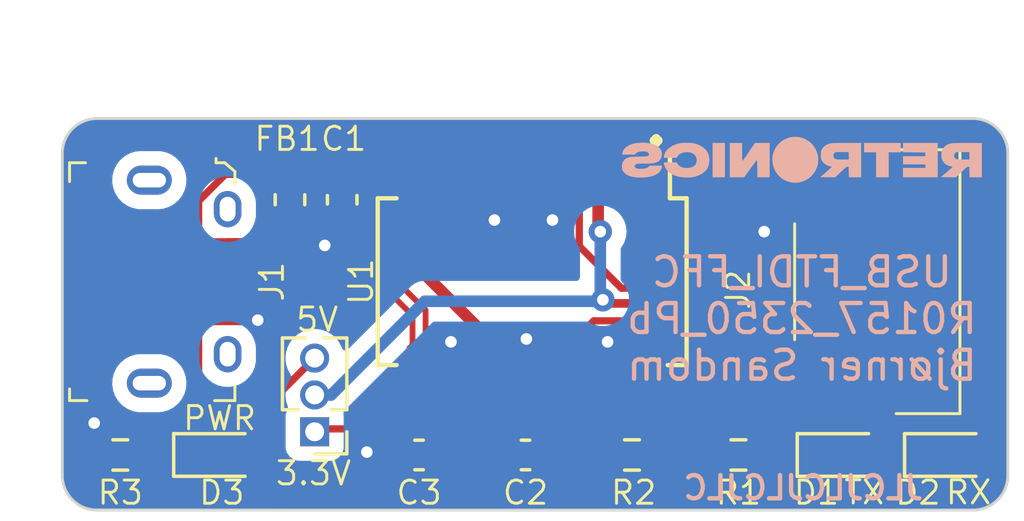
<source format=kicad_pcb>
(kicad_pcb (version 20221018) (generator pcbnew)
  (layers (0 "F.Cu" signal) (31 "B.Cu" signal) (34 "B.Paste" user) (35 "F.Paste" user) (36 "B.SilkS" user "B.Silkscreen") (37 "F.SilkS" user "F.Silkscreen") (38 "B.Mask" user) (39 "F.Mask" user) (44 "Edge.Cuts" user))
  (net 0 "")
  (net 1 "GND")
  (net 2 "+3.3V")
  (net 3 "Net-(D1-K)")
  (net 4 "Net-(D2-K)")
  (net 5 "Net-(J1-VBUS)")
  (net 7 "Net-(J2-Pin_1)")
  (net 8 "/VCC")
  (net 9 "/RX")
  (net 10 "/TX")
  (net 19 "/D+")
  (net 20 "/D-")
  (net 21 "Net-(U1-CBUS0)")
  (net 22 "Net-(U1-CBUS1)")
  (net 23 "+5V")
  (net 24 "Net-(D3-K)")
  (footprint "Capacitor_SMD:C_0603_1608Metric_Pad1.08x0.95mm_HandSolder" (layer "F.Cu") (at 80.8 46.1)
    (fp_text reference "C3" (at 0 1.3) (layer "F.SilkS") (effects (font (size 0.8 0.8) (thickness 0.1))))
    (fp_text value "100nF")
    (fp_line (start -0.146267 -0.51) (end 0.146267 -0.51) (stroke (width 0.12)) (layer "F.SilkS"))
    (fp_line (start -0.146267 0.51) (end 0.146267 0.51) (stroke (width 0.12)) (layer "F.SilkS"))
    (pad "1" smd roundrect locked (at -0.8625 0) (size 1.075 0.95) (layers "F.Cu" "F.Paste" "F.Mask") (net 1 "GND"))
    (pad "2" smd roundrect locked (at 0.8625 0) (size 1.075 0.95) (layers "F.Cu" "F.Paste" "F.Mask") (net 2 "+3.3V"))
  )
  (footprint "Inductor_SMD:L_0603_1608Metric_Pad1.05x0.95mm_HandSolder" (layer "F.Cu") (at 76.35 37.3 90)
    (fp_text reference "FB1" (at 2.1 -0.1 180) (layer "F.SilkS") (effects (font (size 0.8 0.8) (thickness 0.1))))
    (fp_text value "FerriteBead_Small")
    (fp_line (start -0.171267 -0.51) (end 0.171267 -0.51) (stroke (width 0.12)) (layer "F.SilkS"))
    (fp_line (start -0.171267 0.51) (end 0.171267 0.51) (stroke (width 0.12)) (layer "F.SilkS"))
    (pad "1" smd roundrect (at -0.875 0 90) (size 1.05 0.95) (layers "F.Cu" "F.Paste" "F.Mask") (net 5 "Net-(J1-VBUS)"))
    (pad "2" smd roundrect (at 0.875 0 90) (size 1.05 0.95) (layers "F.Cu" "F.Paste" "F.Mask") (net 23 "+5V"))
  )
  (footprint "Connector_PinHeader_1.27mm:PinHeader_1x03_P1.27mm_Vertical" (layer "F.Cu") (at 77.2 45.3 180)
    (fp_text reference "JP1" hide)
    (fp_text value "VSEL")
    (fp_line (start -1.11 -0.76) (end 0 -0.76) (stroke (width 0.12)) (layer "F.SilkS"))
    (fp_line (start -1.11 0) (end -1.11 -0.76) (stroke (width 0.12)) (layer "F.SilkS"))
    (fp_line (start -1.11 0.76) (end -1.11 3.235) (stroke (width 0.12)) (layer "F.SilkS"))
    (fp_line (start -1.11 0.76) (end -0.563471 0.76) (stroke (width 0.12)) (layer "F.SilkS"))
    (fp_line (start -1.11 3.235) (end -0.30753 3.235) (stroke (width 0.12)) (layer "F.SilkS"))
    (fp_line (start 0.30753 3.235) (end 1.11 3.235) (stroke (width 0.12)) (layer "F.SilkS"))
    (fp_line (start 0.563471 0.76) (end 1.11 0.76) (stroke (width 0.12)) (layer "F.SilkS"))
    (fp_line (start 1.11 0.76) (end 1.11 3.235) (stroke (width 0.12)) (layer "F.SilkS"))
    (pad "1" thru_hole rect (at 0 0 180) (size 1 1) (drill 0.65) (layers "*.Cu" "*.Mask") (net 2 "+3.3V"))
    (pad "2" thru_hole oval (at 0 1.27 180) (size 1 1) (drill 0.65) (layers "*.Cu" "*.Mask") (net 8 "/VCC"))
    (pad "3" thru_hole oval (at 0 2.54 180) (size 1 1) (drill 0.65) (layers "*.Cu" "*.Mask") (net 23 "+5V"))
  )
  (footprint "Resistor_SMD:R_0603_1608Metric_Pad0.98x0.95mm_HandSolder" (layer "F.Cu") (at 91.8125 46.1)
    (fp_text reference "R1" (at 0 1.3) (layer "F.SilkS") (effects (font (size 0.8 0.8) (thickness 0.1))))
    (fp_text value "1kΩ")
    (fp_line (start -0.254724 -0.5225) (end 0.254724 -0.5225) (stroke (width 0.12)) (layer "F.SilkS"))
    (fp_line (start -0.254724 0.5225) (end 0.254724 0.5225) (stroke (width 0.12)) (layer "F.SilkS"))
    (pad "1" smd roundrect (at -0.9125 0) (size 0.975 0.95) (layers "F.Cu" "F.Paste" "F.Mask") (net 21 "Net-(U1-CBUS0)"))
    (pad "2" smd roundrect (at 0.9125 0) (size 0.975 0.95) (layers "F.Cu" "F.Paste" "F.Mask") (net 3 "Net-(D1-K)"))
  )
  (footprint "Package_SO:SSOP-28_5.3x10.2mm_P0.65mm" (layer "F.Cu") (at 84.7 40.125 -90)
    (fp_text reference "U1" (at 0 5.9 90) (layer "F.SilkS") (effects (font (size 0.8 0.8) (thickness 0.1))))
    (fp_text value "FT232RL")
    (fp_line (start -2.875 -5.325) (end -2.875 -4.75) (stroke (width 0.15)) (layer "F.SilkS"))
    (fp_line (start -2.875 -5.325) (end 2.875 -5.325) (stroke (width 0.15)) (layer "F.SilkS"))
    (fp_line (start -2.875 -4.75) (end -4.475 -4.75) (stroke (width 0.15)) (layer "F.SilkS"))
    (fp_line (start -2.875 5.325) (end -2.875 4.675) (stroke (width 0.15)) (layer "F.SilkS"))
    (fp_line (start -2.875 5.325) (end 2.875 5.325) (stroke (width 0.15)) (layer "F.SilkS"))
    (fp_line (start 2.875 -5.325) (end 2.875 -4.675) (stroke (width 0.15)) (layer "F.SilkS"))
    (fp_line (start 2.875 5.325) (end 2.875 4.675) (stroke (width 0.15)) (layer "F.SilkS"))
    (pad "1" smd rect (at -3.6 -4.225 270) (size 1.75 0.45) (layers "F.Cu" "F.Paste" "F.Mask") (net 10 "/TX"))
    (pad "2" smd rect (at -3.6 -3.575 270) (size 1.75 0.45) (layers "F.Cu" "F.Paste" "F.Mask") (net 7 "Net-(J2-Pin_1)"))
    (pad "3" smd rect (at -3.6 -2.925 270) (size 1.75 0.45) (layers "F.Cu" "F.Paste" "F.Mask"))
    (pad "4" smd rect (at -3.6 -2.275 270) (size 1.75 0.45) (layers "F.Cu" "F.Paste" "F.Mask") (net 8 "/VCC"))
    (pad "5" smd rect (at -3.6 -1.625 270) (size 1.75 0.45) (layers "F.Cu" "F.Paste" "F.Mask") (net 9 "/RX"))
    (pad "6" smd rect (at -3.6 -0.975 270) (size 1.75 0.45) (layers "F.Cu" "F.Paste" "F.Mask") (net 1 "GND"))
    (pad "7" smd rect (at -3.6 -0.325 270) (size 1.75 0.45) (layers "F.Cu" "F.Paste" "F.Mask") (net 1 "GND"))
    (pad "8" smd rect (at -3.6 0.325 270) (size 1.75 0.45) (layers "F.Cu" "F.Paste" "F.Mask"))
    (pad "9" smd rect (at -3.6 0.975 270) (size 1.75 0.45) (layers "F.Cu" "F.Paste" "F.Mask") (net 1 "GND"))
    (pad "10" smd rect (at -3.6 1.625 270) (size 1.75 0.45) (layers "F.Cu" "F.Paste" "F.Mask") (net 1 "GND"))
    (pad "11" smd rect (at -3.6 2.275 270) (size 1.75 0.45) (layers "F.Cu" "F.Paste" "F.Mask"))
    (pad "12" smd rect (at -3.6 2.925 270) (size 1.75 0.45) (layers "F.Cu" "F.Paste" "F.Mask"))
    (pad "13" smd rect (at -3.6 3.575 270) (size 1.75 0.45) (layers "F.Cu" "F.Paste" "F.Mask"))
    (pad "14" smd rect (at -3.6 4.225 270) (size 1.75 0.45) (layers "F.Cu" "F.Paste" "F.Mask"))
    (pad "15" smd rect (at 3.6 4.225 270) (size 1.75 0.45) (layers "F.Cu" "F.Paste" "F.Mask") (net 19 "/D+"))
    (pad "16" smd rect (at 3.6 3.575 270) (size 1.75 0.45) (layers "F.Cu" "F.Paste" "F.Mask") (net 20 "/D-"))
    (pad "17" smd rect (at 3.6 2.925 270) (size 1.75 0.45) (layers "F.Cu" "F.Paste" "F.Mask") (net 2 "+3.3V"))
    (pad "18" smd rect (at 3.6 2.275 270) (size 1.75 0.45) (layers "F.Cu" "F.Paste" "F.Mask") (net 1 "GND"))
    (pad "19" smd rect (at 3.6 1.625 270) (size 1.75 0.45) (layers "F.Cu" "F.Paste" "F.Mask"))
    (pad "20" smd rect (at 3.6 0.975 270) (size 1.75 0.45) (layers "F.Cu" "F.Paste" "F.Mask") (net 23 "+5V"))
    (pad "21" smd rect (at 3.6 0.325 270) (size 1.75 0.45) (layers "F.Cu" "F.Paste" "F.Mask") (net 1 "GND"))
    (pad "22" smd rect (at 3.6 -0.325 270) (size 1.75 0.45) (layers "F.Cu" "F.Paste" "F.Mask") (net 22 "Net-(U1-CBUS1)"))
    (pad "23" smd rect (at 3.6 -0.975 270) (size 1.75 0.45) (layers "F.Cu" "F.Paste" "F.Mask") (net 21 "Net-(U1-CBUS0)"))
    (pad "24" smd rect (at 3.6 -1.625 270) (size 1.75 0.45) (layers "F.Cu" "F.Paste" "F.Mask"))
    (pad "25" smd rect (at 3.6 -2.275 270) (size 1.75 0.45) (layers "F.Cu" "F.Paste" "F.Mask") (net 1 "GND"))
    (pad "26" smd rect (at 3.6 -2.925 270) (size 1.75 0.45) (layers "F.Cu" "F.Paste" "F.Mask") (net 1 "GND"))
    (pad "27" smd rect (at 3.6 -3.575 270) (size 1.75 0.45) (layers "F.Cu" "F.Paste" "F.Mask"))
    (pad "28" smd rect (at 3.6 -4.225 270) (size 1.75 0.45) (layers "F.Cu" "F.Paste" "F.Mask"))
  )
  (footprint "LED_SMD:LED_0603_1608Metric_Pad1.05x0.95mm_HandSolder" (layer "F.Cu") (at 99.2 46.1)
    (fp_text reference "D2" (at -1.2 1.3) (layer "F.SilkS") (effects (font (size 0.8 0.8) (thickness 0.1))))
    (fp_text value "Yellow")
    (fp_line (start -1.66 -0.735) (end -1.66 0.735) (stroke (width 0.12)) (layer "F.SilkS"))
    (fp_line (start -1.66 0.735) (end 0.8 0.735) (stroke (width 0.12)) (layer "F.SilkS"))
    (fp_line (start 0.8 -0.735) (end -1.66 -0.735) (stroke (width 0.12)) (layer "F.SilkS"))
    (pad "1" smd roundrect (at -0.875 0) (size 1.05 0.95) (layers "F.Cu" "F.Paste" "F.Mask") (net 4 "Net-(D2-K)"))
    (pad "2" smd roundrect (at 0.875 0) (size 1.05 0.95) (layers "F.Cu" "F.Paste" "F.Mask") (net 23 "+5V"))
  )
  (footprint "Resistor_SMD:R_0603_1608Metric_Pad0.98x0.95mm_HandSolder" (layer "F.Cu") (at 88.141666 46.1)
    (fp_text reference "R2" (at 0.058334 1.3) (layer "F.SilkS") (effects (font (size 0.8 0.8) (thickness 0.1))))
    (fp_text value "1kΩ")
    (fp_line (start -0.254724 -0.5225) (end 0.254724 -0.5225) (stroke (width 0.12)) (layer "F.SilkS"))
    (fp_line (start -0.254724 0.5225) (end 0.254724 0.5225) (stroke (width 0.12)) (layer "F.SilkS"))
    (pad "1" smd roundrect (at -0.9125 0) (size 0.975 0.95) (layers "F.Cu" "F.Paste" "F.Mask") (net 22 "Net-(U1-CBUS1)"))
    (pad "2" smd roundrect (at 0.9125 0) (size 0.975 0.95) (layers "F.Cu" "F.Paste" "F.Mask") (net 4 "Net-(D2-K)"))
  )
  (footprint "Resistor_SMD:R_0603_1608Metric_Pad0.98x0.95mm_HandSolder" (layer "F.Cu") (at 70.5 46.1)
    (fp_text reference "R3" (at 0 1.3) (layer "F.SilkS") (effects (font (size 0.8 0.8) (thickness 0.1))))
    (fp_text value "1kΩ")
    (fp_line (start -0.254724 -0.5225) (end 0.254724 -0.5225) (stroke (width 0.12)) (layer "F.SilkS"))
    (fp_line (start -0.254724 0.5225) (end 0.254724 0.5225) (stroke (width 0.12)) (layer "F.SilkS"))
    (pad "1" smd roundrect (at -0.9125 0) (size 0.975 0.95) (layers "F.Cu" "F.Paste" "F.Mask") (net 1 "GND"))
    (pad "2" smd roundrect (at 0.9125 0) (size 0.975 0.95) (layers "F.Cu" "F.Paste" "F.Mask") (net 24 "Net-(D3-K)"))
  )
  (footprint "Capacitor_SMD:C_0603_1608Metric_Pad1.08x0.95mm_HandSolder" (layer "F.Cu") (at 78.15 37.3 -90)
    (fp_text reference "C1" (at -2.1 -0.05 -180) (layer "F.SilkS") (effects (font (size 0.8 0.8) (thickness 0.1))))
    (fp_text value "10µF")
    (fp_line (start -0.146267 -0.51) (end 0.146267 -0.51) (stroke (width 0.12)) (layer "F.SilkS"))
    (fp_line (start -0.146267 0.51) (end 0.146267 0.51) (stroke (width 0.12)) (layer "F.SilkS"))
    (pad "1" smd roundrect (at -0.8625 0 270) (size 1.075 0.95) (layers "F.Cu" "F.Paste" "F.Mask") (net 23 "+5V"))
    (pad "2" smd roundrect (at 0.8625 0 270) (size 1.075 0.95) (layers "F.Cu" "F.Paste" "F.Mask") (net 1 "GND"))
  )
  (footprint "Retronics_Connectors:USB_Micro_B_Female_10118194-0001LF" (layer "F.Cu") (at 74.2 40.125 -90)
    (fp_text reference "J1" (at 0 -1.525 90) (layer "F.SilkS") (effects (font (size 0.8 0.8) (thickness 0.1))))
    (fp_text value "USB_B_Micro")
    (fp_line (start -4.1 0.1) (end -4.1 0.4) (stroke (width 0.1)) (layer "F.SilkS"))
    (fp_line (start -4.1 0.4) (end -4.25 0.4) (stroke (width 0.1)) (layer "F.SilkS"))
    (fp_line (start -4.1 4.9) (end -4.1 5.45) (stroke (width 0.1)) (layer "F.SilkS"))
    (fp_line (start -4.1 5.45) (end -3.45 5.45) (stroke (width 0.1)) (layer "F.SilkS"))
    (fp_line (start -3.8 -0.25) (end -4.1 0.1) (stroke (width 0.1)) (layer "F.SilkS"))
    (fp_line (start -3.35 -0.25) (end -3.8 -0.25) (stroke (width 0.1)) (layer "F.SilkS"))
    (fp_line (start 3.6 -0.25) (end 4.1 -0.25) (stroke (width 0.1)) (layer "F.SilkS"))
    (fp_line (start 4.1 -0.25) (end 4.1 0.45) (stroke (width 0.1)) (layer "F.SilkS"))
    (fp_line (start 4.1 4.85) (end 4.1 5.45) (stroke (width 0.1)) (layer "F.SilkS"))
    (fp_line (start 4.1 5.45) (end 3.7 5.45) (stroke (width 0.1)) (layer "F.SilkS"))
    (pad "1" smd rect (at -1.3 0 270) (size 0.4 1.35) (layers "F.Cu" "F.Paste" "F.Mask") (net 5 "Net-(J1-VBUS)"))
    (pad "2" smd rect (at -0.65 0 270) (size 0.4 1.35) (layers "F.Cu" "F.Paste" "F.Mask") (net 20 "/D-"))
    (pad "3" smd rect (at 0 0 270) (size 0.4 1.35) (layers "F.Cu" "F.Paste" "F.Mask") (net 19 "/D+"))
    (pad "4" smd rect (at 0.65 0 270) (size 0.4 1.35) (layers "F.Cu" "F.Paste" "F.Mask"))
    (pad "5" smd rect (at 1.3 0 270) (size 0.4 1.35) (layers "F.Cu" "F.Paste" "F.Mask") (net 1 "GND"))
    (pad "SH" thru_hole oval (at -3.5 2.7 270) (size 1 1.55) (drill oval 0.5 1.15) (layers "*.Cu" "*.Mask"))
    (pad "SH" thru_hole oval (at -2.5 0 270) (size 1.25 0.95) (drill oval 0.85 0.55) (layers "*.Cu" "*.Mask"))
    (pad "SH" thru_hole oval (at 2.5 0 270) (size 1.25 0.95) (drill oval 0.85 0.55) (layers "*.Cu" "*.Mask"))
    (pad "SH" thru_hole oval (at 3.5 2.7 270) (size 1 1.55) (drill oval 0.5 1.15) (layers "*.Cu" "*.Mask"))
  )
  (footprint "LED_SMD:LED_0603_1608Metric_Pad1.05x0.95mm_HandSolder" (layer "F.Cu") (at 74 46.1)
    (fp_text reference "D3" (at 0 1.3) (layer "F.SilkS") (effects (font (size 0.8 0.8) (thickness 0.1))))
    (fp_text value "Green")
    (fp_line (start -1.66 -0.735) (end -1.66 0.735) (stroke (width 0.12)) (layer "F.SilkS"))
    (fp_line (start -1.66 0.735) (end 0.8 0.735) (stroke (width 0.12)) (layer "F.SilkS"))
    (fp_line (start 0.8 -0.735) (end -1.66 -0.735) (stroke (width 0.12)) (layer "F.SilkS"))
    (pad "1" smd roundrect (at -0.875 0) (size 1.05 0.95) (layers "F.Cu" "F.Paste" "F.Mask") (net 24 "Net-(D3-K)"))
    (pad "2" smd roundrect (at 0.875 0) (size 1.05 0.95) (layers "F.Cu" "F.Paste" "F.Mask") (net 23 "+5V"))
  )
  (footprint "LED_SMD:LED_0603_1608Metric_Pad1.05x0.95mm_HandSolder" (layer "F.Cu") (at 95.5 46.1)
    (fp_text reference "D1" (at -1 1.3) (layer "F.SilkS") (effects (font (size 0.8 0.8) (thickness 0.1))))
    (fp_text value "Orange")
    (fp_line (start -1.66 -0.735) (end -1.66 0.735) (stroke (width 0.12)) (layer "F.SilkS"))
    (fp_line (start -1.66 0.735) (end 0.8 0.735) (stroke (width 0.12)) (layer "F.SilkS"))
    (fp_line (start 0.8 -0.735) (end -1.66 -0.735) (stroke (width 0.12)) (layer "F.SilkS"))
    (pad "1" smd roundrect (at -0.875 0) (size 1.05 0.95) (layers "F.Cu" "F.Paste" "F.Mask") (net 3 "Net-(D1-K)"))
    (pad "2" smd roundrect (at 0.875 0) (size 1.05 0.95) (layers "F.Cu" "F.Paste" "F.Mask") (net 23 "+5V"))
  )
  (footprint "Retronics_Connectors:FFC_0527450697" (layer "F.Cu") (at 96.1 40.125 90)
    (fp_text reference "J2" (at -0.275 -4.3 90) (layer "F.SilkS") (effects (font (size 0.8 0.8) (thickness 0.1))))
    (fp_text value "FFC6" hide)
    (fp_line (start -4.55 1.15) (end -4.55 3.35) (stroke (width 0.1)) (layer "F.SilkS"))
    (fp_line (start -4.55 3.35) (end 4.55 3.35) (stroke (width 0.1)) (layer "F.SilkS"))
    (fp_line (start 2 -2.35) (end -2 -2.35) (stroke (width 0.1)) (layer "F.SilkS"))
    (fp_line (start 4.55 3.35) (end 4.55 1.15) (stroke (width 0.1)) (layer "F.SilkS"))
    (pad "1" smd rect (at -1.25 -2.95 90) (size 0.3 0.8) (layers "F.Cu" "F.Paste" "F.Mask") (net 7 "Net-(J2-Pin_1)"))
    (pad "2" smd rect (at -0.75 -2.95 90) (size 0.3 0.8) (layers "F.Cu" "F.Paste" "F.Mask") (net 8 "/VCC"))
    (pad "3" smd rect (at -0.25 -2.95 90) (size 0.3 0.8) (layers "F.Cu" "F.Paste" "F.Mask") (net 9 "/RX"))
    (pad "4" smd rect (at 0.25 -2.95 90) (size 0.3 0.8) (layers "F.Cu" "F.Paste" "F.Mask") (net 10 "/TX"))
    (pad "5" smd rect (at 0.75 -2.95 90) (size 0.3 0.8) (layers "F.Cu" "F.Paste" "F.Mask") (net 1 "GND"))
    (pad "6" smd rect (at 1.25 -2.95 90) (size 0.3 0.8) (layers "F.Cu" "F.Paste" "F.Mask") (net 1 "GND"))
    (pad "7" smd rect (at -3.7 -1.025 90) (size 2.4 3.05) (layers "F.Cu" "F.Paste" "F.Mask"))
    (pad "8" smd rect (at 3.7 -1.025 90) (size 2.4 3.05) (layers "F.Cu" "F.Paste" "F.Mask"))
  )
  (footprint "Capacitor_SMD:C_0603_1608Metric_Pad1.08x0.95mm_HandSolder" (layer "F.Cu") (at 84.470833 46.1)
    (fp_text reference "C2" (at 0 1.3) (layer "F.SilkS") (effects (font (size 0.8 0.8) (thickness 0.1))))
    (fp_text value "100nF")
    (fp_line (start -0.146267 -0.51) (end 0.146267 -0.51) (stroke (width 0.12)) (layer "F.SilkS"))
    (fp_line (start -0.146267 0.51) (end 0.146267 0.51) (stroke (width 0.12)) (layer "F.SilkS"))
    (pad "1" smd roundrect (at -0.8625 0) (size 1.075 0.95) (layers "F.Cu" "F.Paste" "F.Mask") (net 23 "+5V"))
    (pad "2" smd roundrect (at 0.8625 0) (size 1.075 0.95) (layers "F.Cu" "F.Paste" "F.Mask") (net 1 "GND"))
  )
  (footprint "Icons_Graphics:retronics_logo_14mm" (layer "B.Cu") (at 93.996672 35.9 180)
    (fp_text reference "G***" hide)
    (fp_text value "LOGO" hide)
    (fp_poly (pts (xy 3.075737 -0.626332) (xy 2.650726 -0.626332) (xy 2.650726 0.559225) (xy 3.075737 0.559225)) (fill solid) (layer "B.SilkS"))
    (fp_poly (pts (xy -2.147424 0.234875) (xy -2.561251 0.234875) (xy -2.561251 -0.626332) (xy -2.997446 -0.626332) (xy -2.997446 0.234875) (xy -3.411273 0.234875) (xy -3.411273 0.559225) (xy -2.147424 0.559225)) (fill solid) (layer "B.SilkS"))
    (fp_poly (pts (xy -3.489564 0.235169) (xy -3.872634 0.232226) (xy -4.255703 0.229283) (xy -4.262411 0.100661) (xy -3.489564 0.100661) (xy -3.489564 -0.178658) (xy -3.872634 -0.181601) (xy -4.255703 -0.184544) (xy -4.259083 -0.243262) (xy -4.262464 -0.301981) (xy -3.489564 -0.301981) (xy -3.489564 -0.626332) (xy -4.686306 -0.626332) (xy -4.686306 0.559225) (xy -3.489564 0.559225)) (fill solid) (layer "B.SilkS"))
    (fp_poly (pts (xy 2.482959 -0.626332) (xy 2.234104 -0.626061) (xy 1.985248 -0.62579) (xy 1.773232 -0.329508) (xy 1.72178 -0.258205) (xy 1.674126 -0.193305) (xy 1.631884 -0.13692) (xy 1.596672 -0.091163) (xy 1.570106 -0.058147) (xy 1.553801 -0.039984) (xy 1.549542 -0.037113) (xy 1.545434 -0.049662) (xy 1.54191 -0.084007) (xy 1.538998 -0.139585) (xy 1.536727 -0.21583) (xy 1.535123 -0.312177) (xy 1.534887 -0.333665) (xy 1.531905 -0.626332) (xy 1.107265 -0.626332) (xy 1.107265 0.559225) (xy 1.361713 0.558961) (xy 1.61616 0.558696) (xy 1.823073 0.25158) (xy 1.873029 0.178031) (xy 1.919479 0.110788) (xy 1.96086 0.052026) (xy 1.995609 0.003919) (xy 2.022161 -0.031356) (xy 2.038955 -0.051626) (xy 2.043967 -0.055729) (xy 2.048295 -0.050927) (xy 2.051697 -0.035077) (xy 2.054261 -0.00621) (xy 2.056078 0.037641) (xy 2.057236 0.098443) (xy 2.057825 0.178166) (xy 2.057948 0.251652) (xy 2.057948 0.559225) (xy 2.482959 0.559225)) (fill solid) (layer "B.SilkS"))
    (fp_poly (pts (xy 0.308238 0.767339) (xy 0.386893 0.755606) (xy 0.437524 0.741689) (xy 0.497781 0.72075) (xy 0.55762 0.696408) (xy 0.581049 0.685638) (xy 0.632714 0.659367) (xy 0.674606 0.633782) (xy 0.713581 0.603884) (xy 0.756495 0.564672) (xy 0.783822 0.537763) (xy 0.830169 0.48985) (xy 0.864494 0.449592) (xy 0.891795 0.410132) (xy 0.917074 0.364614) (xy 0.931696 0.334991) (xy 0.975414 0.231291) (xy 1.002701 0.133519) (xy 1.015112 0.034302) (xy 1.014965 -0.060004) (xy 0.997762 -0.19148) (xy 0.960581 -0.315089) (xy 0.904933 -0.429092) (xy 0.832332 -0.531748) (xy 0.74429 -0.621315) (xy 0.642318 -0.696053) (xy 0.527929 -0.75422) (xy 0.402635 -0.794077) (xy 0.37161 -0.800629) (xy 0.306832 -0.809678) (xy 0.235839 -0.814219) (xy 0.16791 -0.813969) (xy 0.112323 -0.808645) (xy 0.111845 -0.808563) (xy -0.021371 -0.774817) (xy -0.143963 -0.722282) (xy -0.254434 -0.652049) (xy -0.351285 -0.56521) (xy -0.433015 -0.462855) (xy -0.484725 -0.374111) (xy -0.53325 -0.253816) (xy -0.5608 -0.130999) (xy -0.56828 -0.007801) (xy -0.556592 0.113639) (xy -0.526641 0.231183) (xy -0.479329 0.34269) (xy -0.41556 0.446022) (xy -0.336238 0.539038) (xy -0.242266 0.619599) (xy -0.134548 0.685567) (xy -0.016777 0.733911) (xy 0.086992 0.758553) (xy 0.198263 0.769854)) (fill solid) (layer "B.SilkS"))
    (fp_poly (pts (xy -5.723668 0.559141) (xy -5.610297 0.558846) (xy -5.504408 0.558036) (xy -5.4084 0.556761) (xy -5.324675 0.555072) (xy -5.255634 0.553018) (xy -5.203677 0.55065) (xy -5.171204 0.54802) (xy -5.167239 0.547463) (xy -5.069038 0.522415) (xy -4.984002 0.481263) (xy -4.913761 0.42513) (xy -4.859948 0.355138) (xy -4.844229 0.325318) (xy -4.830596 0.293602) (xy -4.821943 0.264295) (xy -4.817181 0.230697) (xy -4.815218 0.186105) (xy -4.814928 0.145134) (xy -4.815404 0.090742) (xy -4.817715 0.051801) (xy -4.82318 0.021399) (xy -4.83312 -0.007377) (xy -4.848855 -0.041438) (xy -4.851668 -0.047168) (xy -4.898197 -0.119645) (xy -4.959296 -0.17659) (xy -5.036248 -0.218936) (xy -5.125808 -0.246629) (xy -5.161129 -0.255423) (xy -5.186406 -0.263492) (xy -5.194979 -0.268068) (xy -5.188073 -0.276978) (xy -5.166348 -0.298221) (xy -5.13209 -0.32972) (xy -5.087588 -0.369395) (xy -5.035129 -0.415169) (xy -4.997011 -0.447923) (xy -4.794693 -0.620739) (xy -5.054529 -0.623744) (xy -5.314365 -0.626748) (xy -5.5048 -0.444792) (xy -5.565802 -0.386734) (xy -5.613139 -0.342457) (xy -5.649153 -0.310115) (xy -5.676186 -0.287866) (xy -5.696582 -0.273866) (xy -5.712684 -0.26627) (xy -5.726833 -0.263235) (xy -5.736014 -0.262835) (xy -5.776795 -0.262835) (xy -5.779868 -0.444583) (xy -5.782941 -0.626332) (xy -6.207398 -0.626332) (xy -6.207398 -0.011184) (xy -5.78312 -0.011184) (xy -5.567452 -0.011167) (xy -5.489839 -0.010886) (xy -5.431132 -0.009881) (xy -5.387872 -0.007886) (xy -5.356602 -0.004636) (xy -5.333862 0.000135) (xy -5.316194 0.006694) (xy -5.312638 0.008406) (xy -5.277631 0.037123) (xy -5.256957 0.077241) (xy -5.250833 0.122811) (xy -5.259473 0.167885) (xy -5.283093 0.206514) (xy -5.304818 0.22429) (xy -5.318861 0.231889) (xy -5.334872 0.237428) (xy -5.356288 0.241166) (xy -5.386551 0.243361) (xy -5.429098 0.244271) (xy -5.48737 0.244155) (xy -5.558697 0.243353) (xy -5.776795 0.240467) (xy -5.779957 0.114642) (xy -5.78312 -0.011184) (xy -6.207398 -0.011184) (xy -6.207398 0.559225)) (fill solid) (layer "B.SilkS"))
    (fp_poly (pts (xy -1.563034 0.559141) (xy -1.449663 0.558846) (xy -1.343774 0.558036) (xy -1.247766 0.556761) (xy -1.164041 0.555072) (xy -1.095 0.553018) (xy -1.043043 0.55065) (xy -1.01057 0.54802) (xy -1.006605 0.547463) (xy -0.908404 0.522415) (xy -0.823368 0.481263) (xy -0.753127 0.42513) (xy -0.699314 0.355138) (xy -0.683595 0.325318) (xy -0.669962 0.293602) (xy -0.661309 0.264295) (xy -0.656546 0.230697) (xy -0.654584 0.186105) (xy -0.654294 0.145134) (xy -0.65477 0.090742) (xy -0.657081 0.051801) (xy -0.662546 0.021399) (xy -0.672486 -0.007377) (xy -0.688221 -0.041438) (xy -0.691034 -0.047168) (xy -0.737563 -0.119645) (xy -0.798662 -0.17659) (xy -0.875614 -0.218936) (xy -0.965174 -0.246629) (xy -1.000495 -0.255423) (xy -1.025772 -0.263492) (xy -1.034345 -0.268068) (xy -1.027439 -0.276978) (xy -1.005714 -0.298221) (xy -0.971456 -0.32972) (xy -0.926954 -0.369395) (xy -0.874495 -0.415169) (xy -0.836377 -0.447923) (xy -0.634059 -0.620739) (xy -0.893895 -0.623744) (xy -1.153731 -0.626748) (xy -1.344166 -0.444792) (xy -1.405168 -0.386734) (xy -1.452505 -0.342457) (xy -1.488518 -0.310115) (xy -1.515552 -0.287866) (xy -1.535948 -0.273866) (xy -1.552049 -0.26627) (xy -1.566199 -0.263235) (xy -1.57538 -0.262835) (xy -1.616161 -0.262835) (xy -1.619234 -0.444583) (xy -1.622307 -0.626332) (xy -2.046764 -0.626332) (xy -2.046764 -0.011184) (xy -1.622486 -0.011184) (xy -1.406818 -0.011167) (xy -1.329205 -0.010886) (xy -1.270498 -0.009881) (xy -1.227238 -0.007886) (xy -1.195968 -0.004636) (xy -1.173228 0.000135) (xy -1.15556 0.006694) (xy -1.152004 0.008406) (xy -1.116997 0.037123) (xy -1.096323 0.077241) (xy -1.090199 0.122811) (xy -1.098839 0.167885) (xy -1.122459 0.206514) (xy -1.144184 0.22429) (xy -1.158227 0.231889) (xy -1.174238 0.237428) (xy -1.195654 0.241166) (xy -1.225917 0.243361) (xy -1.268464 0.244271) (xy -1.326736 0.244155) (xy -1.398063 0.243353) (xy -1.616161 0.240467) (xy -1.619323 0.114642) (xy -1.622486 -0.011184) (xy -2.046764 -0.011184) (xy -2.046764 0.559225)) (fill solid) (layer "B.SilkS"))
    (fp_poly (pts (xy 4.096773 0.56052) (xy 4.17723 0.552939) (xy 4.233254 0.543427) (xy 4.351917 0.509371) (xy 4.458389 0.463119) (xy 4.551021 0.406086) (xy 4.628164 0.339687) (xy 4.688168 0.265337) (xy 4.729384 0.184452) (xy 4.749971 0.100099) (xy 4.756528 0.044738) (xy 4.532034 0.044738) (xy 4.455831 0.044829) (xy 4.39902 0.045298) (xy 4.358625 0.046442) (xy 4.33167 0.048557) (xy 4.315177 0.051941) (xy 4.306172 0.05689) (xy 4.301676 0.063701) (xy 4.300207 0.067842) (xy 4.288454 0.090271) (xy 4.267627 0.1192) (xy 4.258518 0.130075) (xy 4.204367 0.175915) (xy 4.135611 0.209929) (xy 4.056976 0.231547) (xy 3.973186 0.240197) (xy 3.888968 0.235311) (xy 3.809047 0.216317) (xy 3.752399 0.191156) (xy 3.696707 0.147942) (xy 3.656068 0.091729) (xy 3.631351 0.026811) (xy 3.623424 -0.042514) (xy 3.633155 -0.111951) (xy 3.661412 -0.177204) (xy 3.674147 -0.196015) (xy 3.718806 -0.238557) (xy 3.779362 -0.271345) (xy 3.851296 -0.293766) (xy 3.930086 -0.305203) (xy 4.011214 -0.305042) (xy 4.090159 -0.292669) (xy 4.162401 -0.267467) (xy 4.170435 -0.263536) (xy 4.215154 -0.235104) (xy 4.255996 -0.199036) (xy 4.286941 -0.161298) (xy 4.300207 -0.134948) (xy 4.303574 -0.127107) (xy 4.309982 -0.121275) (xy 4.322408 -0.117155) (xy 4.34383 -0.114451) (xy 4.377224 -0.112865) (xy 4.425568 -0.1121) (xy 4.491839 -0.11186) (xy 4.53193 -0.111845) (xy 4.756321 -0.111845) (xy 4.750829 -0.16057) (xy 4.738677 -0.213311) (xy 4.715121 -0.273949) (xy 4.683973 -0.333979) (xy 4.651799 -0.381476) (xy 4.593615 -0.440586) (xy 4.517757 -0.495523) (xy 4.42886 -0.543763) (xy 4.331557 -0.58278) (xy 4.233333 -0.609467) (xy 4.172521 -0.619069) (xy 4.097908 -0.626385) (xy 4.016503 -0.631141) (xy 3.935315 -0.633064) (xy 3.861352 -0.631879) (xy 3.801624 -0.627313) (xy 3.795885 -0.626545) (xy 3.665135 -0.59965) (xy 3.546594 -0.558326) (xy 3.441996 -0.503575) (xy 3.353075 -0.436397) (xy 3.281564 -0.357796) (xy 3.251265 -0.311763) (xy 3.212565 -0.224105) (xy 3.190275 -0.126435) (xy 3.184268 -0.023802) (xy 3.194417 0.078741) (xy 3.220594 0.176145) (xy 3.262673 0.263359) (xy 3.265878 0.268436) (xy 3.325626 0.342389) (xy 3.404242 0.409176) (xy 3.498869 0.466956) (xy 3.606649 0.513891) (xy 3.685292 0.538485) (xy 3.748216 0.550699) (xy 3.827006 0.559065) (xy 3.915482 0.563528) (xy 4.007464 0.564032)) (fill solid) (layer "B.SilkS"))
    (fp_poly (pts (xy 5.623007 0.561476) (xy 5.719382 0.549594) (xy 5.7992 0.534806) (xy 5.868227 0.515683) (xy 5.932227 0.490797) (xy 5.959308 0.478129) (xy 6.044126 0.426368) (xy 6.111507 0.363206) (xy 6.160197 0.290156) (xy 6.188942 0.208732) (xy 6.190981 0.198525) (xy 6.198702 0.156583) (xy 5.758573 0.156583) (xy 5.731376 0.188906) (xy 5.692766 0.221893) (xy 5.639361 0.24535) (xy 5.568823 0.260077) (xy 5.507287 0.265661) (xy 5.429308 0.26643) (xy 5.368775 0.258517) (xy 5.322225 0.241188) (xy 5.293064 0.220363) (xy 5.271434 0.188542) (xy 5.269362 0.154503) (xy 5.28656 0.12422) (xy 5.298148 0.114899) (xy 5.309984 0.108711) (xy 5.326345 0.103747) (xy 5.349977 0.099777) (xy 5.383626 0.096573) (xy 5.430038 0.093906) (xy 5.491959 0.091547) (xy 5.572134 0.089267) (xy 5.619702 0.08809) (xy 5.711391 0.085706) (xy 5.783952 0.083274) (xy 5.840624 0.080524) (xy 5.884648 0.077185) (xy 5.919263 0.072987) (xy 5.947709 0.067658) (xy 5.973225 0.060929) (xy 5.983707 0.057664) (xy 6.057409 0.026081) (xy 6.114167 -0.016976) (xy 6.157824 -0.074713) (xy 6.170285 -0.098092) (xy 6.187055 -0.135923) (xy 6.196467 -0.16969) (xy 6.200367 -0.208701) (xy 6.200742 -0.251651) (xy 6.196473 -0.319583) (xy 6.185664 -0.371065) (xy 6.180967 -0.383318) (xy 6.148323 -0.437285) (xy 6.101707 -0.489824) (xy 6.048517 -0.532902) (xy 6.036108 -0.540641) (xy 5.960167 -0.5756) (xy 5.866408 -0.602951) (xy 5.758199 -0.622277) (xy 5.638904 -0.633161) (xy 5.51189 -0.635184) (xy 5.380521 -0.627929) (xy 5.353776 -0.625302) (xy 5.23242 -0.605576) (xy 5.122313 -0.573754) (xy 5.026254 -0.530939) (xy 4.947042 -0.478232) (xy 4.921022 -0.454941) (xy 4.881622 -0.408387) (xy 4.849381 -0.35529) (xy 4.82787 -0.302585) (xy 4.820628 -0.260039) (xy 4.820519 -0.22369) (xy 5.246974 -0.22369) (xy 5.274367 -0.256244) (xy 5.312476 -0.287536) (xy 5.367859 -0.310538) (xy 5.441923 -0.325695) (xy 5.516627 -0.332529) (xy 5.604095 -0.333507) (xy 5.671485 -0.325564) (xy 5.719324 -0.308482) (xy 5.748139 -0.282044) (xy 5.758459 -0.246033) (xy 5.758008 -0.233124) (xy 5.750716 -0.204596) (xy 5.731323 -0.185134) (xy 5.715279 -0.176173) (xy 5.698463 -0.169255) (xy 5.677398 -0.164144) (xy 5.648671 -0.160583) (xy 5.608868 -0.158315) (xy 5.554578 -0.157081) (xy 5.482386 -0.156624) (xy 5.456049 -0.1566) (xy 5.332544 -0.155214) (xy 5.228916 -0.150749) (xy 5.142824 -0.142713) (xy 5.071924 -0.130614) (xy 5.013875 -0.113957) (xy 4.966336 -0.092253) (xy 4.926963 -0.065006) (xy 4.900603 -0.039794) (xy 4.855966 0.024351) (xy 4.829862 0.097316) (xy 4.822467 0.175136) (xy 4.833956 0.253848) (xy 4.864506 0.329489) (xy 4.882904 0.359161) (xy 4.933435 0.413947) (xy 5.002709 0.461623) (xy 5.088027 0.501452) (xy 5.186689 0.532696) (xy 5.295996 0.554617) (xy 5.413249 0.566476) (xy 5.535747 0.567537)) (fill solid) (layer "B.SilkS"))
  )
  (gr_line (start 99.9 34.5) (end 69.7 34.5) (stroke (width 0.1)) (layer "Edge.Cuts"))
  (gr_arc (start 99.9 34.5) (mid 100.748528 34.851472) (end 101.1 35.7) (stroke (width 0.1)) (layer "Edge.Cuts"))
  (gr_arc (start 69.7 48) (mid 68.851472 47.648528) (end 68.5 46.8) (stroke (width 0.1)) (layer "Edge.Cuts"))
  (gr_arc (start 68.5 35.7) (mid 68.851472 34.851472) (end 69.7 34.5) (stroke (width 0.1)) (layer "Edge.Cuts"))
  (gr_arc (start 101.1 46.8) (mid 100.748528 47.648528) (end 99.9 48) (stroke (width 0.1)) (layer "Edge.Cuts"))
  (gr_line (start 69.7 48) (end 99.9 48) (stroke (width 0.1)) (layer "Edge.Cuts"))
  (gr_line (start 101.1 46.8) (end 101.1 35.7) (stroke (width 0.1)) (layer "Edge.Cuts"))
  (gr_line (start 68.5 35.7) (end 68.5 46.8) (stroke (width 0.1)) (layer "Edge.Cuts"))
  (gr_text "JLCJLCJLCJLC" (at 98.259286 47.7) (layer "B.SilkS") (effects (font (size 0.8 0.8)) (justify left bottom mirror)))
  (gr_text "USB_FTDI_FFC\nR0157_2350_Pb\nBjørner Sandom\n" (at 94 43.6) (layer "B.SilkS") (effects (font (size 1 1)) (justify bottom mirror)))
  (gr_text "TX" (at 95.4 47.8565) (layer "F.SilkS") (effects (font (size 0.8 0.8) (thickness 0.1)) (justify left bottom)))
  (gr_text "." (at 88.42 35.53) (layer "F.SilkS") (effects (font (size 1.5 1.5) (thickness 0.3) bold) (justify left bottom)))
  (gr_text "PWR" (at 72.6 45.3) (layer "F.SilkS") (effects (font (size 0.8 0.8) (thickness 0.1)) (justify left bottom)))
  (gr_text "5V" (at 76.5 41.9) (layer "F.SilkS") (effects (font (size 0.8 0.8) (thickness 0.1)) (justify left bottom)))
  (gr_text "RX" (at 98.9 47.8565) (layer "F.SilkS") (effects (font (size 0.8 0.8) (thickness 0.1)) (justify left bottom)))
  (gr_text "3.3V" (at 75.8 47.2) (layer "F.SilkS") (effects (font (size 0.8 0.8) (thickness 0.1)) (justify left bottom)))
  (segment (start 93.15 39.1) (end 93.15 38.875) (width 0.25) (layer "F.Cu") (net 1))
  (segment (start 92.7 38.65) (end 93.15 39.1) (width 0.25) (layer "F.Cu") (net 1))
  (segment (start 83.075 37.675) (end 83.075 36.525) (width 0.25) (layer "F.Cu") (net 1))
  (segment (start 85.025 37.625) (end 85.025 36.525) (width 0.25) (layer "F.Cu") (net 1))
  (segment (start 93.15 39.375) (end 93.15 39.1) (width 0.25) (layer "F.Cu") (net 1))
  (segment (start 85.4 38) (end 85.675 37.725) (width 0.25) (layer "F.Cu") (net 1))
  (segment (start 82.425 42.725) (end 82.425 43.725) (width 0.25) (layer "F.Cu") (net 1))
  (segment (start 83.4 38) (end 83.075 37.675) (width 0.25) (layer "F.Cu") (net 1))
  (segment (start 84.375 45.041667) (end 85.333333 46) (width 0.25) (layer "F.Cu") (net 1))
  (segment (start 74.2 41.425) (end 75.212948 41.425) (width 0.25) (layer "F.Cu") (net 1))
  (segment (start 69.5875 45.0125) (end 69.6 45) (width 0.25) (layer "F.Cu") (net 1))
  (segment (start 87.3 42.2) (end 86.975 42.525) (width 0.25) (layer "F.Cu") (net 1))
  (segment (start 84.375 42.225) (end 84.375 43.725) (width 0.25) (layer "F.Cu") (net 1))
  (segment (start 85.675 37.725) (end 85.675 36.525) (width 0.25) (layer "F.Cu") (net 1))
  (segment (start 84.375 43.7) (end 84.375 45.041667) (width 0.25) (layer "F.Cu") (net 1))
  (segment (start 69.5875 46) (end 69.5875 45.0125) (width 0.25) (layer "F.Cu") (net 1))
  (segment (start 87.625 42.525) (end 87.625 43.725) (width 0.25) (layer "F.Cu") (net 1))
  (segment (start 78.15 38.1625) (end 78.15 38.2755) (width 0.25) (layer "F.Cu") (net 1))
  (segment (start 84.5 42.1) (end 84.375 42.225) (width 0.25) (layer "F.Cu") (net 1))
  (segment (start 81.9 42.2) (end 82.425 42.725) (width 0.25) (layer "F.Cu") (net 1))
  (segment (start 85.4 38) (end 85.025 37.625) (width 0.25) (layer "F.Cu") (net 1))
  (segment (start 83.725 37.675) (end 83.725 36.525) (width 0.25) (layer "F.Cu") (net 1))
  (segment (start 83.4 38) (end 83.725 37.675) (width 0.25) (layer "F.Cu") (net 1))
  (segment (start 75.212948 41.425) (end 75.239167 41.451219) (width 0.25) (layer "F.Cu") (net 1))
  (segment (start 87.3 42.2) (end 87.625 42.525) (width 0.25) (layer "F.Cu") (net 1))
  (segment (start 78.15 38.2755) (end 77.55 38.8755) (width 0.25) (layer "F.Cu") (net 1))
  (segment (start 79.9375 46) (end 79 46) (width 0.25) (layer "F.Cu") (net 1))
  (segment (start 86.975 42.525) (end 86.975 43.725) (width 0.25) (layer "F.Cu") (net 1))
  (segment (start 92.7 38.4) (end 92.7 38.65) (width 0.25) (layer "F.Cu") (net 1))
  (via (at 87.3 42.2) (size 0.8) (drill 0.4) (layers "F.Cu" "B.Cu") (net 1))
  (via (at 79 46) (size 0.8) (drill 0.4) (layers "F.Cu" "B.Cu") (net 1))
  (via (at 85.4 38) (size 0.8) (drill 0.4) (layers "F.Cu" "B.Cu") (net 1))
  (via (at 92.7 38.4) (size 0.8) (drill 0.4) (layers "F.Cu" "B.Cu") (net 1))
  (via (at 69.6 45) (size 0.8) (drill 0.4) (layers "F.Cu" "B.Cu") (net 1))
  (via (at 75.239167 41.451219) (size 0.8) (drill 0.4) (layers "F.Cu" "B.Cu") (net 1))
  (via (at 81.9 42.2) (size 0.8) (drill 0.4) (layers "F.Cu" "B.Cu") (net 1))
  (via (at 84.5 42.1) (size 0.8) (drill 0.4) (layers "F.Cu" "B.Cu") (net 1))
  (via (at 83.4 38) (size 0.8) (drill 0.4) (layers "F.Cu" "B.Cu") (net 1))
  (via (at 77.55 38.8755) (size 0.8) (drill 0.4) (layers "F.Cu" "B.Cu") (net 1))
  (segment (start 81.775 43.7) (end 81.775 45.2) (width 0.25) (layer "F.Cu") (net 2))
  (segment (start 81.775 45.8875) (end 81.6625 46) (width 0.25) (layer "F.Cu") (net 2))
  (segment (start 77.3 45.2) (end 81.775 45.2) (width 0.25) (layer "F.Cu") (net 2))
  (segment (start 77.2 45.3) (end 77.3 45.2) (width 0.25) (layer "F.Cu") (net 2))
  (segment (start 81.775 45.2) (end 81.775 45.8875) (width 0.25) (layer "F.Cu") (net 2))
  (segment (start 94.625 46) (end 92.725 46) (width 0.25) (layer "F.Cu") (net 3))
  (segment (start 97.325 47) (end 90.054166 47) (width 0.25) (layer "F.Cu") (net 4))
  (segment (start 98.325 46) (end 97.325 47) (width 0.25) (layer "F.Cu") (net 4))
  (segment (start 90.054166 47) (end 89.054166 46) (width 0.25) (layer "F.Cu") (net 4))
  (segment (start 75.7 38.825) (end 76.35 38.175) (width 0.4) (layer "F.Cu") (net 5))
  (segment (start 74.2 38.825) (end 75.7 38.825) (width 0.4) (layer "F.Cu") (net 5))
  (segment (start 93.875 41.35) (end 93.85 41.375) (width 0.25) (layer "F.Cu") (net 7))
  (segment (start 88.275 35.4) (end 88.475 35.2) (width 0.25) (layer "F.Cu") (net 7))
  (segment (start 93.85 41.375) (end 93.15 41.375) (width 0.25) (layer "F.Cu") (net 7))
  (segment (start 93.875 38.475) (end 93.875 41.35) (width 0.25) (layer "F.Cu") (net 7))
  (segment (start 88.475 35.2) (end 90.6 35.2) (width 0.25) (layer "F.Cu") (net 7))
  (segment (start 90.6 35.2) (end 93.875 38.475) (width 0.25) (layer "F.Cu") (net 7))
  (segment (start 88.275 36.525) (end 88.275 35.4) (width 0.25) (layer "F.Cu") (net 7))
  (segment (start 87.263495 40.875) (end 93.15 40.875) (width 0.3) (layer "F.Cu") (net 8))
  (segment (start 86.975 38.3255) (end 87.0495 38.4) (width 0.25) (layer "F.Cu") (net 8))
  (segment (start 86.975 36.525) (end 86.975 38.3255) (width 0.4) (layer "F.Cu") (net 8))
  (segment (start 87.138995 40.7505) (end 87.263495 40.875) (width 0.4) (layer "F.Cu") (net 8))
  (via (at 87.0495 38.4) (size 0.8) (drill 0.4) (layers "F.Cu" "B.Cu") (net 8))
  (via (at 87.138995 40.7505) (size 0.8) (drill 0.4) (layers "F.Cu" "B.Cu") (net 8))
  (segment (start 77.77 44.03) (end 77.2 44.03) (width 0.4) (layer "B.Cu") (net 8))
  (segment (start 87.0495 40.661005) (end 87.0495 38.4) (width 0.4) (layer "B.Cu") (net 8))
  (segment (start 87.089495 40.8) (end 81 40.8) (width 0.4) (layer "B.Cu") (net 8))
  (segment (start 81 40.8) (end 77.77 44.03) (width 0.4) (layer "B.Cu") (net 8))
  (segment (start 87.138995 40.7505) (end 87.0495 40.661005) (width 0.25) (layer "B.Cu") (net 8))
  (segment (start 87.138995 40.7505) (end 87.089495 40.8) (width 0.4) (layer "B.Cu") (net 8))
  (segment (start 87.775306 40.35) (end 86.325 38.899695) (width 0.25) (layer "F.Cu") (net 9))
  (segment (start 93.15 40.35) (end 87.775306 40.35) (width 0.25) (layer "F.Cu") (net 9))
  (segment (start 86.325 38.899695) (end 86.325 36.5) (width 0.25) (layer "F.Cu") (net 9))
  (segment (start 92.275 39.85) (end 88.925 36.5) (width 0.25) (layer "F.Cu") (net 10))
  (segment (start 93.15 39.85) (end 92.275 39.85) (width 0.25) (layer "F.Cu") (net 10))
  (segment (start 79.3068 40.025) (end 80.575 41.2932) (width 0.2) (layer "F.Cu") (net 19))
  (segment (start 75.212501 40.125) (end 75.312501 40.025) (width 0.2) (layer "F.Cu") (net 19))
  (segment (start 75.312501 40.025) (end 79.3068 40.025) (width 0.2) (layer "F.Cu") (net 19))
  (segment (start 74.2 40.125) (end 75.212501 40.125) (width 0.2) (layer "F.Cu") (net 19))
  (segment (start 80.475 42.412499) (end 80.475 43.725) (width 0.2) (layer "F.Cu") (net 19))
  (segment (start 80.575 42.312499) (end 80.475 42.412499) (width 0.2) (layer "F.Cu") (net 19))
  (segment (start 80.575 41.2932) (end 80.575 42.312499) (width 0.2) (layer "F.Cu") (net 19))
  (segment (start 75.212501 39.475) (end 75.312501 39.575) (width 0.2) (layer "F.Cu") (net 20))
  (segment (start 74.2 39.475) (end 75.212501 39.475) (width 0.2) (layer "F.Cu") (net 20))
  (segment (start 81.125 42.412499) (end 81.125 43.725) (width 0.2) (layer "F.Cu") (net 20))
  (segment (start 79.4932 39.575) (end 81.025 41.1068) (width 0.2) (layer "F.Cu") (net 20))
  (segment (start 81.025 41.1068) (end 81.025 42.312499) (width 0.2) (layer "F.Cu") (net 20))
  (segment (start 81.025 42.312499) (end 81.125 42.412499) (width 0.2) (layer "F.Cu") (net 20))
  (segment (start 75.312501 39.575) (end 79.4932 39.575) (width 0.2) (layer "F.Cu") (net 20))
  (segment (start 85.675 43.725) (end 85.675 42.625) (width 0.25) (layer "F.Cu") (net 21))
  (segment (start 88.425 41.475) (end 90.9 43.95) (width 0.25) (layer "F.Cu") (net 21))
  (segment (start 85.675 42.625) (end 86.825 41.475) (width 0.25) (layer "F.Cu") (net 21))
  (segment (start 90.9 43.95) (end 90.9 46) (width 0.25) (layer "F.Cu") (net 21))
  (segment (start 86.825 41.475) (end 88.425 41.475) (width 0.25) (layer "F.Cu") (net 21))
  (segment (start 86.429166 45.2) (end 87.229166 46) (width 0.25) (layer "F.Cu") (net 22))
  (segment (start 85.375 45.2) (end 86.429166 45.2) (width 0.25) (layer "F.Cu") (net 22))
  (segment (start 85.025 44.85) (end 85.375 45.2) (width 0.25) (layer "F.Cu") (net 22))
  (segment (start 85.025 43.725) (end 85.025 44.85) (width 0.25) (layer "F.Cu") (net 22))
  (segment (start 97.175 45.3) (end 99.275 45.3) (width 0.25) (layer "F.Cu") (net 23))
  (segment (start 73.2 43.41) (end 73.2 37.343629) (width 0.25) (layer "F.Cu") (net 23))
  (segment (start 98.725 47.45) (end 84.958333 47.45) (width 0.25) (layer "F.Cu") (net 23))
  (segment (start 83.725 42.6) (end 79.55 38.425) (width 0.4) (layer "F.Cu") (net 23))
  (segment (start 100.075 46.1) (end 98.725 47.45) (width 0.25) (layer "F.Cu") (net 23))
  (segment (start 78.15 36.4375) (end 76.3625 36.4375) (width 0.4) (layer "F.Cu") (net 23))
  (segment (start 74.875 45.085) (end 73.2 43.41) (width 0.25) (layer "F.Cu") (net 23))
  (segment (start 83.725 43.725) (end 83.725 42.6) (width 0.4) (layer "F.Cu") (net 23))
  (segment (start 96.375 46.1) (end 97.175 45.3) (width 0.25) (layer "F.Cu") (net 23))
  (segment (start 77.2 42.76) (end 76.375 43.585) (width 0.25) (layer "F.Cu") (net 23))
  (segment (start 83.725 45.983333) (end 83.725 43.725) (width 0.25) (layer "F.Cu") (net 23))
  (segment (start 74.875 46.1) (end 74.875 45.085) (width 0.25) (layer "F.Cu") (net 23))
  (segment (start 84.958333 47.45) (end 83.608333 46.1) (width 0.25) (layer "F.Cu") (net 23))
  (segment (start 79.55 38.425) (end 79.55 37.8375) (width 0.4) (layer "F.Cu") (net 23))
  (segment (start 83.608333 46.1) (end 83.725 45.983333) (width 0.25) (layer "F.Cu") (net 23))
  (segment (start 73.2 37.343629) (end 74.118629 36.425) (width 0.25) (layer "F.Cu") (net 23))
  (segment (start 79.55 37.8375) (end 78.15 36.4375) (width 0.4) (layer "F.Cu") (net 23))
  (segment (start 74.118629 36.425) (end 76.35 36.425) (width 0.25) (layer "F.Cu") (net 23))
  (segment (start 74.875 45.085) (end 76.375 43.585) (width 0.25) (layer "F.Cu") (net 23))
  (segment (start 99.275 45.3) (end 100.075 46.1) (width 0.25) (layer "F.Cu") (net 23))
  (segment (start 76.3625 36.4375) (end 76.35 36.425) (width 0.4) (layer "F.Cu") (net 23))
  (segment (start 73.125 46) (end 71.4125 46) (width 0.25) (layer "F.Cu") (net 24))
  (zone (net 1) (net_name "GND") (layer "B.Cu") (connect_pads (clearance 0.5)) (min_thickness 0.25) (fill yes (thermal_gap 0.5) (thermal_bridge_width 0.5))
    (polygon (pts (xy 68.5 34.5) (xy 101.1 34.5) (xy 101.1 48) (xy 68.5 47.95)))
  )
)
</source>
